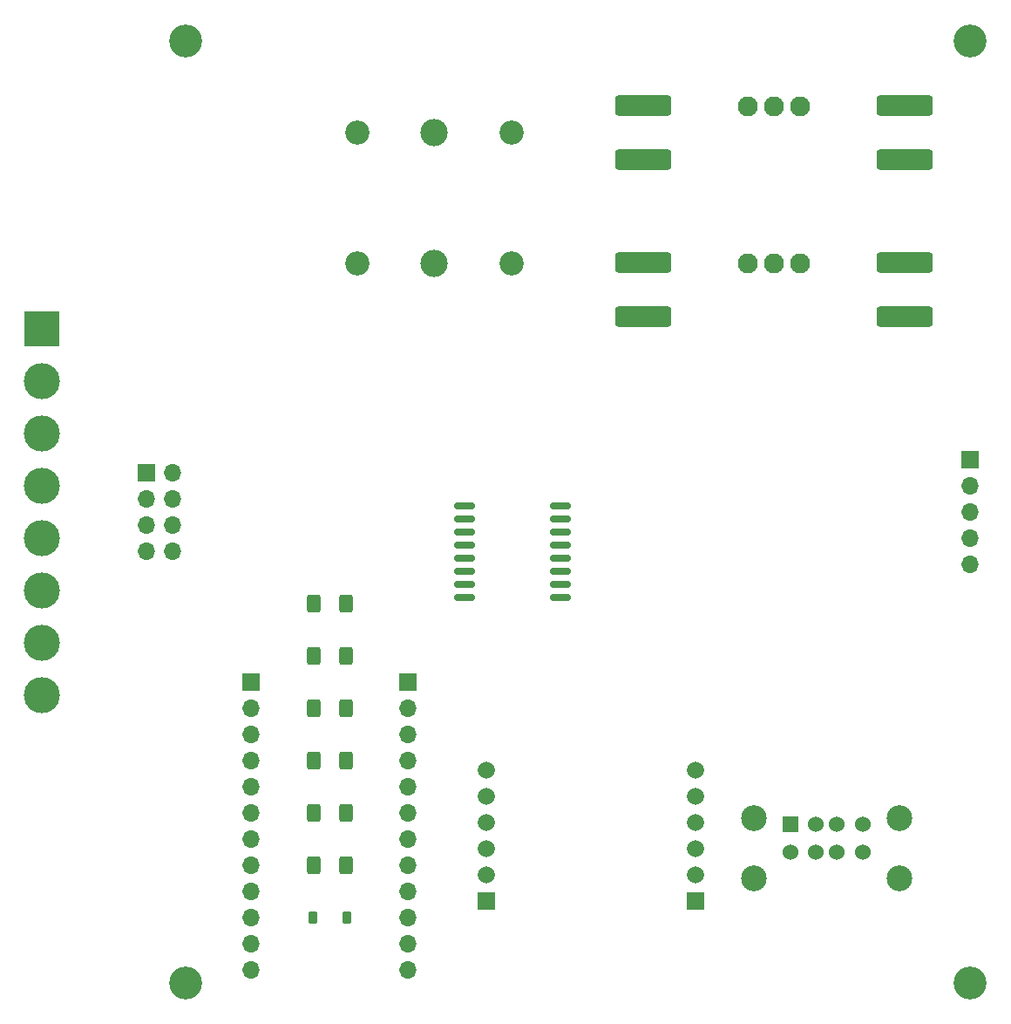
<source format=gbr>
%TF.GenerationSoftware,KiCad,Pcbnew,8.0.4-8.0.4-0~ubuntu22.04.1*%
%TF.CreationDate,2024-08-03T20:12:04+03:00*%
%TF.ProjectId,PM-CPU-ESP,504d2d43-5055-42d4-9553-502e6b696361,rev?*%
%TF.SameCoordinates,Original*%
%TF.FileFunction,Soldermask,Top*%
%TF.FilePolarity,Negative*%
%FSLAX46Y46*%
G04 Gerber Fmt 4.6, Leading zero omitted, Abs format (unit mm)*
G04 Created by KiCad (PCBNEW 8.0.4-8.0.4-0~ubuntu22.04.1) date 2024-08-03 20:12:04*
%MOMM*%
%LPD*%
G01*
G04 APERTURE LIST*
G04 Aperture macros list*
%AMRoundRect*
0 Rectangle with rounded corners*
0 $1 Rounding radius*
0 $2 $3 $4 $5 $6 $7 $8 $9 X,Y pos of 4 corners*
0 Add a 4 corners polygon primitive as box body*
4,1,4,$2,$3,$4,$5,$6,$7,$8,$9,$2,$3,0*
0 Add four circle primitives for the rounded corners*
1,1,$1+$1,$2,$3*
1,1,$1+$1,$4,$5*
1,1,$1+$1,$6,$7*
1,1,$1+$1,$8,$9*
0 Add four rect primitives between the rounded corners*
20,1,$1+$1,$2,$3,$4,$5,0*
20,1,$1+$1,$4,$5,$6,$7,0*
20,1,$1+$1,$6,$7,$8,$9,0*
20,1,$1+$1,$8,$9,$2,$3,0*%
G04 Aperture macros list end*
%ADD10R,1.700000X1.700000*%
%ADD11O,1.700000X1.700000*%
%ADD12RoundRect,0.250000X0.400000X0.625000X-0.400000X0.625000X-0.400000X-0.625000X0.400000X-0.625000X0*%
%ADD13C,2.500000*%
%ADD14R,1.524000X1.524000*%
%ADD15C,1.524000*%
%ADD16C,3.200000*%
%ADD17R,1.665000X1.665000*%
%ADD18C,1.665000*%
%ADD19RoundRect,0.150000X-0.875000X-0.150000X0.875000X-0.150000X0.875000X0.150000X-0.875000X0.150000X0*%
%ADD20RoundRect,0.249999X-2.450001X0.737501X-2.450001X-0.737501X2.450001X-0.737501X2.450001X0.737501X0*%
%ADD21C,1.950000*%
%ADD22RoundRect,0.225000X-0.225000X-0.375000X0.225000X-0.375000X0.225000X0.375000X-0.225000X0.375000X0*%
%ADD23C,2.650000*%
%ADD24C,2.350000*%
%ADD25R,3.500000X3.500000*%
%ADD26C,3.500000*%
G04 APERTURE END LIST*
D10*
%TO.C,J5*%
X125730000Y-87630000D03*
D11*
X125730000Y-90170000D03*
X125730000Y-92710000D03*
X125730000Y-95250000D03*
X125730000Y-97790000D03*
%TD*%
D12*
%TO.C,R4*%
X65050000Y-111760000D03*
X61950000Y-111760000D03*
%TD*%
D10*
%TO.C,J3*%
X71120000Y-109220000D03*
D11*
X71120000Y-111760000D03*
X71120000Y-114300000D03*
X71120000Y-116840000D03*
X71120000Y-119380000D03*
X71120000Y-121920000D03*
X71120000Y-124460000D03*
X71120000Y-127000000D03*
X71120000Y-129540000D03*
X71120000Y-132080000D03*
X71120000Y-134620000D03*
X71120000Y-137160000D03*
%TD*%
D13*
%TO.C,J1*%
X104710000Y-122432500D03*
X104710000Y-128222500D03*
X118810000Y-122432500D03*
X118810000Y-128222500D03*
D14*
X108260000Y-123002500D03*
D15*
X110760000Y-123002500D03*
X112760000Y-123002500D03*
X115260000Y-123002500D03*
X108260000Y-125702500D03*
X110760000Y-125702500D03*
X112760000Y-125702500D03*
X115260000Y-125702500D03*
%TD*%
D16*
%TO.C,H4*%
X49530000Y-138430000D03*
%TD*%
D17*
%TO.C,IC2*%
X99060000Y-130460000D03*
D18*
X99060000Y-127920000D03*
X99060000Y-125380000D03*
X99060000Y-122840000D03*
X99060000Y-120300000D03*
X99060000Y-117760000D03*
D17*
X78740000Y-130460000D03*
D18*
X78740000Y-127920000D03*
X78740000Y-125380000D03*
X78740000Y-122840000D03*
X78740000Y-120300000D03*
X78740000Y-117760000D03*
%TD*%
D19*
%TO.C,U3*%
X76630000Y-92075000D03*
X76630000Y-93345000D03*
X76630000Y-94615000D03*
X76630000Y-95885000D03*
X76630000Y-97155000D03*
X76630000Y-98425000D03*
X76630000Y-99695000D03*
X76630000Y-100965000D03*
X85930000Y-100965000D03*
X85930000Y-99695000D03*
X85930000Y-98425000D03*
X85930000Y-97155000D03*
X85930000Y-95885000D03*
X85930000Y-94615000D03*
X85930000Y-93345000D03*
X85930000Y-92075000D03*
%TD*%
D12*
%TO.C,R2*%
X65050000Y-106680000D03*
X61950000Y-106680000D03*
%TD*%
D16*
%TO.C,H3*%
X125730000Y-138430000D03*
%TD*%
D20*
%TO.C,C1*%
X93980000Y-53242500D03*
X93980000Y-58517500D03*
%TD*%
D16*
%TO.C,H1*%
X49530000Y-46990000D03*
%TD*%
D21*
%TO.C,J7*%
X104140000Y-68580000D03*
X106680000Y-68580000D03*
X109220000Y-68580000D03*
%TD*%
D12*
%TO.C,R5*%
X65050000Y-121920000D03*
X61950000Y-121920000D03*
%TD*%
D22*
%TO.C,D2*%
X61850000Y-132080000D03*
X65150000Y-132080000D03*
%TD*%
D12*
%TO.C,R3*%
X65050000Y-116840000D03*
X61950000Y-116840000D03*
%TD*%
D20*
%TO.C,C2*%
X119380000Y-53242500D03*
X119380000Y-58517500D03*
%TD*%
%TO.C,C3*%
X93980000Y-68482500D03*
X93980000Y-73757500D03*
%TD*%
%TO.C,C4*%
X119380000Y-68482500D03*
X119380000Y-73757500D03*
%TD*%
D23*
%TO.C,U1*%
X73660000Y-68580000D03*
D24*
X66160000Y-68580000D03*
X81160000Y-68580000D03*
%TD*%
D23*
%TO.C,U5*%
X73660000Y-55880000D03*
D24*
X66160000Y-55880000D03*
X81160000Y-55880000D03*
%TD*%
D10*
%TO.C,J2*%
X55880000Y-109220000D03*
D11*
X55880000Y-111760000D03*
X55880000Y-114300000D03*
X55880000Y-116840000D03*
X55880000Y-119380000D03*
X55880000Y-121920000D03*
X55880000Y-124460000D03*
X55880000Y-127000000D03*
X55880000Y-129540000D03*
X55880000Y-132080000D03*
X55880000Y-134620000D03*
X55880000Y-137160000D03*
%TD*%
D12*
%TO.C,R6*%
X65050000Y-127000000D03*
X61950000Y-127000000D03*
%TD*%
D21*
%TO.C,J6*%
X104140000Y-53340000D03*
X106680000Y-53340000D03*
X109220000Y-53340000D03*
%TD*%
D16*
%TO.C,H2*%
X125730000Y-46990000D03*
%TD*%
D12*
%TO.C,R1*%
X65050000Y-101600000D03*
X61950000Y-101600000D03*
%TD*%
D10*
%TO.C,J12*%
X45720000Y-88900000D03*
D11*
X48260000Y-88900000D03*
X45720000Y-91440000D03*
X48260000Y-91440000D03*
X45720000Y-93980000D03*
X48260000Y-93980000D03*
X45720000Y-96520000D03*
X48260000Y-96520000D03*
%TD*%
D25*
%TO.C,J8*%
X35560000Y-74930000D03*
D26*
X35560000Y-80010000D03*
X35560000Y-85090000D03*
X35560000Y-90170000D03*
X35560000Y-95250000D03*
X35560000Y-100330000D03*
X35560000Y-105410000D03*
X35560000Y-110490000D03*
%TD*%
M02*

</source>
